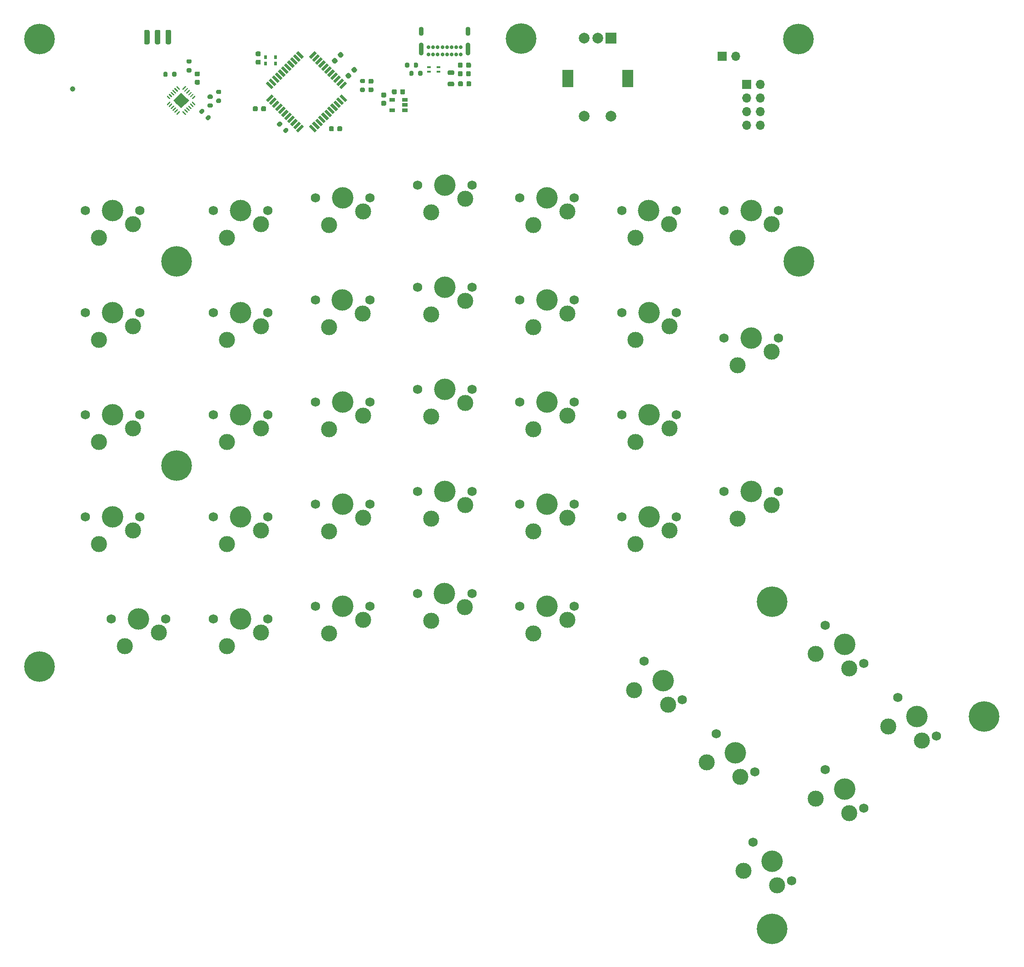
<source format=gbr>
%TF.GenerationSoftware,KiCad,Pcbnew,(5.1.8)-1*%
%TF.CreationDate,2022-07-09T15:07:12+10:00*%
%TF.ProjectId,ergonomic_split_left,6572676f-6e6f-46d6-9963-5f73706c6974,rev?*%
%TF.SameCoordinates,Original*%
%TF.FileFunction,Soldermask,Top*%
%TF.FilePolarity,Negative*%
%FSLAX46Y46*%
G04 Gerber Fmt 4.6, Leading zero omitted, Abs format (unit mm)*
G04 Created by KiCad (PCBNEW (5.1.8)-1) date 2022-07-09 15:07:12*
%MOMM*%
%LPD*%
G01*
G04 APERTURE LIST*
%ADD10C,0.100000*%
%ADD11R,2.000000X2.000000*%
%ADD12C,2.000000*%
%ADD13R,2.000000X3.200000*%
%ADD14R,0.750000X0.450000*%
%ADD15O,1.700000X1.700000*%
%ADD16R,1.700000X1.700000*%
%ADD17C,1.750000*%
%ADD18C,3.000000*%
%ADD19C,4.000000*%
%ADD20C,5.700000*%
%ADD21R,1.000000X0.700000*%
%ADD22C,0.700000*%
%ADD23O,0.900000X2.400000*%
%ADD24O,0.900000X1.700000*%
%ADD25C,1.000000*%
%ADD26R,0.600000X0.800000*%
G04 APERTURE END LIST*
%TO.C,J5*%
G36*
G01*
X99538400Y-57640400D02*
X99538400Y-55440400D01*
G75*
G02*
X99788400Y-55190400I250000J0D01*
G01*
X100288400Y-55190400D01*
G75*
G02*
X100538400Y-55440400I0J-250000D01*
G01*
X100538400Y-57640400D01*
G75*
G02*
X100288400Y-57890400I-250000J0D01*
G01*
X99788400Y-57890400D01*
G75*
G02*
X99538400Y-57640400I0J250000D01*
G01*
G37*
G36*
G01*
X101538400Y-57640400D02*
X101538400Y-55440400D01*
G75*
G02*
X101788400Y-55190400I250000J0D01*
G01*
X102288400Y-55190400D01*
G75*
G02*
X102538400Y-55440400I0J-250000D01*
G01*
X102538400Y-57640400D01*
G75*
G02*
X102288400Y-57890400I-250000J0D01*
G01*
X101788400Y-57890400D01*
G75*
G02*
X101538400Y-57640400I0J250000D01*
G01*
G37*
G36*
G01*
X103538400Y-57640400D02*
X103538400Y-55440400D01*
G75*
G02*
X103788400Y-55190400I250000J0D01*
G01*
X104288400Y-55190400D01*
G75*
G02*
X104538400Y-55440400I0J-250000D01*
G01*
X104538400Y-57640400D01*
G75*
G02*
X104288400Y-57890400I-250000J0D01*
G01*
X103788400Y-57890400D01*
G75*
G02*
X103538400Y-57640400I0J250000D01*
G01*
G37*
%TD*%
D10*
%TO.C,U6*%
G36*
X136988812Y-64798934D02*
G01*
X137377720Y-65187842D01*
X136317060Y-66248502D01*
X135928152Y-65859594D01*
X136988812Y-64798934D01*
G37*
G36*
X136423126Y-64233249D02*
G01*
X136812034Y-64622157D01*
X135751374Y-65682817D01*
X135362466Y-65293909D01*
X136423126Y-64233249D01*
G37*
G36*
X135857441Y-63667564D02*
G01*
X136246349Y-64056472D01*
X135185689Y-65117132D01*
X134796781Y-64728224D01*
X135857441Y-63667564D01*
G37*
G36*
X135291756Y-63101878D02*
G01*
X135680664Y-63490786D01*
X134620004Y-64551446D01*
X134231096Y-64162538D01*
X135291756Y-63101878D01*
G37*
G36*
X134726070Y-62536193D02*
G01*
X135114978Y-62925101D01*
X134054318Y-63985761D01*
X133665410Y-63596853D01*
X134726070Y-62536193D01*
G37*
G36*
X134160385Y-61970507D02*
G01*
X134549293Y-62359415D01*
X133488633Y-63420075D01*
X133099725Y-63031167D01*
X134160385Y-61970507D01*
G37*
G36*
X133594699Y-61404822D02*
G01*
X133983607Y-61793730D01*
X132922947Y-62854390D01*
X132534039Y-62465482D01*
X133594699Y-61404822D01*
G37*
G36*
X133029014Y-60839136D02*
G01*
X133417922Y-61228044D01*
X132357262Y-62288704D01*
X131968354Y-61899796D01*
X133029014Y-60839136D01*
G37*
G36*
X132463328Y-60273451D02*
G01*
X132852236Y-60662359D01*
X131791576Y-61723019D01*
X131402668Y-61334111D01*
X132463328Y-60273451D01*
G37*
G36*
X131897643Y-59707766D02*
G01*
X132286551Y-60096674D01*
X131225891Y-61157334D01*
X130836983Y-60768426D01*
X131897643Y-59707766D01*
G37*
G36*
X131331958Y-59142080D02*
G01*
X131720866Y-59530988D01*
X130660206Y-60591648D01*
X130271298Y-60202740D01*
X131331958Y-59142080D01*
G37*
G36*
X127867134Y-59530988D02*
G01*
X128256042Y-59142080D01*
X129316702Y-60202740D01*
X128927794Y-60591648D01*
X127867134Y-59530988D01*
G37*
G36*
X127301449Y-60096674D02*
G01*
X127690357Y-59707766D01*
X128751017Y-60768426D01*
X128362109Y-61157334D01*
X127301449Y-60096674D01*
G37*
G36*
X126735764Y-60662359D02*
G01*
X127124672Y-60273451D01*
X128185332Y-61334111D01*
X127796424Y-61723019D01*
X126735764Y-60662359D01*
G37*
G36*
X126170078Y-61228044D02*
G01*
X126558986Y-60839136D01*
X127619646Y-61899796D01*
X127230738Y-62288704D01*
X126170078Y-61228044D01*
G37*
G36*
X125604393Y-61793730D02*
G01*
X125993301Y-61404822D01*
X127053961Y-62465482D01*
X126665053Y-62854390D01*
X125604393Y-61793730D01*
G37*
G36*
X125038707Y-62359415D02*
G01*
X125427615Y-61970507D01*
X126488275Y-63031167D01*
X126099367Y-63420075D01*
X125038707Y-62359415D01*
G37*
G36*
X124473022Y-62925101D02*
G01*
X124861930Y-62536193D01*
X125922590Y-63596853D01*
X125533682Y-63985761D01*
X124473022Y-62925101D01*
G37*
G36*
X123907336Y-63490786D02*
G01*
X124296244Y-63101878D01*
X125356904Y-64162538D01*
X124967996Y-64551446D01*
X123907336Y-63490786D01*
G37*
G36*
X123341651Y-64056472D02*
G01*
X123730559Y-63667564D01*
X124791219Y-64728224D01*
X124402311Y-65117132D01*
X123341651Y-64056472D01*
G37*
G36*
X122775966Y-64622157D02*
G01*
X123164874Y-64233249D01*
X124225534Y-65293909D01*
X123836626Y-65682817D01*
X122775966Y-64622157D01*
G37*
G36*
X122210280Y-65187842D02*
G01*
X122599188Y-64798934D01*
X123659848Y-65859594D01*
X123270940Y-66248502D01*
X122210280Y-65187842D01*
G37*
G36*
X123270940Y-67203098D02*
G01*
X123659848Y-67592006D01*
X122599188Y-68652666D01*
X122210280Y-68263758D01*
X123270940Y-67203098D01*
G37*
G36*
X123836626Y-67768783D02*
G01*
X124225534Y-68157691D01*
X123164874Y-69218351D01*
X122775966Y-68829443D01*
X123836626Y-67768783D01*
G37*
G36*
X124402311Y-68334468D02*
G01*
X124791219Y-68723376D01*
X123730559Y-69784036D01*
X123341651Y-69395128D01*
X124402311Y-68334468D01*
G37*
G36*
X124967996Y-68900154D02*
G01*
X125356904Y-69289062D01*
X124296244Y-70349722D01*
X123907336Y-69960814D01*
X124967996Y-68900154D01*
G37*
G36*
X125533682Y-69465839D02*
G01*
X125922590Y-69854747D01*
X124861930Y-70915407D01*
X124473022Y-70526499D01*
X125533682Y-69465839D01*
G37*
G36*
X126099367Y-70031525D02*
G01*
X126488275Y-70420433D01*
X125427615Y-71481093D01*
X125038707Y-71092185D01*
X126099367Y-70031525D01*
G37*
G36*
X126665053Y-70597210D02*
G01*
X127053961Y-70986118D01*
X125993301Y-72046778D01*
X125604393Y-71657870D01*
X126665053Y-70597210D01*
G37*
G36*
X127230738Y-71162896D02*
G01*
X127619646Y-71551804D01*
X126558986Y-72612464D01*
X126170078Y-72223556D01*
X127230738Y-71162896D01*
G37*
G36*
X127796424Y-71728581D02*
G01*
X128185332Y-72117489D01*
X127124672Y-73178149D01*
X126735764Y-72789241D01*
X127796424Y-71728581D01*
G37*
G36*
X128362109Y-72294266D02*
G01*
X128751017Y-72683174D01*
X127690357Y-73743834D01*
X127301449Y-73354926D01*
X128362109Y-72294266D01*
G37*
G36*
X128927794Y-72859952D02*
G01*
X129316702Y-73248860D01*
X128256042Y-74309520D01*
X127867134Y-73920612D01*
X128927794Y-72859952D01*
G37*
G36*
X130271298Y-73248860D02*
G01*
X130660206Y-72859952D01*
X131720866Y-73920612D01*
X131331958Y-74309520D01*
X130271298Y-73248860D01*
G37*
G36*
X130836983Y-72683174D02*
G01*
X131225891Y-72294266D01*
X132286551Y-73354926D01*
X131897643Y-73743834D01*
X130836983Y-72683174D01*
G37*
G36*
X131402668Y-72117489D02*
G01*
X131791576Y-71728581D01*
X132852236Y-72789241D01*
X132463328Y-73178149D01*
X131402668Y-72117489D01*
G37*
G36*
X131968354Y-71551804D02*
G01*
X132357262Y-71162896D01*
X133417922Y-72223556D01*
X133029014Y-72612464D01*
X131968354Y-71551804D01*
G37*
G36*
X132534039Y-70986118D02*
G01*
X132922947Y-70597210D01*
X133983607Y-71657870D01*
X133594699Y-72046778D01*
X132534039Y-70986118D01*
G37*
G36*
X133099725Y-70420433D02*
G01*
X133488633Y-70031525D01*
X134549293Y-71092185D01*
X134160385Y-71481093D01*
X133099725Y-70420433D01*
G37*
G36*
X133665410Y-69854747D02*
G01*
X134054318Y-69465839D01*
X135114978Y-70526499D01*
X134726070Y-70915407D01*
X133665410Y-69854747D01*
G37*
G36*
X134231096Y-69289062D02*
G01*
X134620004Y-68900154D01*
X135680664Y-69960814D01*
X135291756Y-70349722D01*
X134231096Y-69289062D01*
G37*
G36*
X134796781Y-68723376D02*
G01*
X135185689Y-68334468D01*
X136246349Y-69395128D01*
X135857441Y-69784036D01*
X134796781Y-68723376D01*
G37*
G36*
X135362466Y-68157691D02*
G01*
X135751374Y-67768783D01*
X136812034Y-68829443D01*
X136423126Y-69218351D01*
X135362466Y-68157691D01*
G37*
G36*
X135928152Y-67592006D02*
G01*
X136317060Y-67203098D01*
X137377720Y-68263758D01*
X136988812Y-68652666D01*
X135928152Y-67592006D01*
G37*
%TD*%
D11*
%TO.C,SW40*%
X186637930Y-56769000D03*
D12*
X184137930Y-56769000D03*
X181637930Y-56769000D03*
D13*
X189737930Y-64269000D03*
X178537930Y-64269000D03*
D12*
X186637930Y-71269000D03*
X181637930Y-71269000D03*
%TD*%
%TO.C,R5*%
G36*
G01*
X148164600Y-62055420D02*
X148164600Y-61505420D01*
G75*
G02*
X148364600Y-61305420I200000J0D01*
G01*
X148764600Y-61305420D01*
G75*
G02*
X148964600Y-61505420I0J-200000D01*
G01*
X148964600Y-62055420D01*
G75*
G02*
X148764600Y-62255420I-200000J0D01*
G01*
X148364600Y-62255420D01*
G75*
G02*
X148164600Y-62055420I0J200000D01*
G01*
G37*
G36*
G01*
X149814600Y-62055420D02*
X149814600Y-61505420D01*
G75*
G02*
X150014600Y-61305420I200000J0D01*
G01*
X150414600Y-61305420D01*
G75*
G02*
X150614600Y-61505420I0J-200000D01*
G01*
X150614600Y-62055420D01*
G75*
G02*
X150414600Y-62255420I-200000J0D01*
G01*
X150014600Y-62255420D01*
G75*
G02*
X149814600Y-62055420I0J200000D01*
G01*
G37*
%TD*%
D14*
%TO.C,L1*%
X152612480Y-62166500D03*
X152612480Y-62966500D03*
X154462480Y-62966500D03*
X154462480Y-62166500D03*
%TD*%
%TO.C,R6*%
G36*
G01*
X150627400Y-63584500D02*
X150627400Y-63034500D01*
G75*
G02*
X150827400Y-62834500I200000J0D01*
G01*
X151227400Y-62834500D01*
G75*
G02*
X151427400Y-63034500I0J-200000D01*
G01*
X151427400Y-63584500D01*
G75*
G02*
X151227400Y-63784500I-200000J0D01*
G01*
X150827400Y-63784500D01*
G75*
G02*
X150627400Y-63584500I0J200000D01*
G01*
G37*
G36*
G01*
X148977400Y-63584500D02*
X148977400Y-63034500D01*
G75*
G02*
X149177400Y-62834500I200000J0D01*
G01*
X149577400Y-62834500D01*
G75*
G02*
X149777400Y-63034500I0J-200000D01*
G01*
X149777400Y-63584500D01*
G75*
G02*
X149577400Y-63784500I-200000J0D01*
G01*
X149177400Y-63784500D01*
G75*
G02*
X148977400Y-63584500I0J200000D01*
G01*
G37*
%TD*%
D15*
%TO.C,J2*%
X214471250Y-73025000D03*
X211931250Y-73025000D03*
X214471250Y-70485000D03*
X211931250Y-70485000D03*
X214471250Y-67945000D03*
X211931250Y-67945000D03*
X214471250Y-65405000D03*
D16*
X211931250Y-65405000D03*
%TD*%
D15*
%TO.C,J3*%
X209892900Y-60147200D03*
D16*
X207352900Y-60147200D03*
%TD*%
D17*
%TO.C,SW6*%
X103502460Y-165096190D03*
X93342460Y-165096190D03*
D18*
X95882460Y-170176190D03*
X102231260Y-167636310D03*
D19*
X98421260Y-165096310D03*
%TD*%
D20*
%TO.C,H10*%
X216693750Y-161925000D03*
%TD*%
%TO.C,H9*%
X221625160Y-98425000D03*
%TD*%
%TO.C,H8*%
X221589600Y-56870600D03*
%TD*%
%TO.C,H7*%
X105568750Y-98425000D03*
%TD*%
%TO.C,H6*%
X256230070Y-183342330D03*
%TD*%
%TO.C,H5*%
X169862500Y-56794400D03*
%TD*%
%TO.C,H4*%
X105568750Y-136525000D03*
%TD*%
%TO.C,H3*%
X216641730Y-222905270D03*
%TD*%
%TO.C,H2*%
X80035400Y-173964600D03*
%TD*%
%TO.C,H1*%
X80035400Y-56870600D03*
%TD*%
%TO.C,C7*%
G36*
G01*
X109693520Y-65420960D02*
X109193520Y-65420960D01*
G75*
G02*
X108968520Y-65195960I0J225000D01*
G01*
X108968520Y-64745960D01*
G75*
G02*
X109193520Y-64520960I225000J0D01*
G01*
X109693520Y-64520960D01*
G75*
G02*
X109918520Y-64745960I0J-225000D01*
G01*
X109918520Y-65195960D01*
G75*
G02*
X109693520Y-65420960I-225000J0D01*
G01*
G37*
G36*
G01*
X109693520Y-63870960D02*
X109193520Y-63870960D01*
G75*
G02*
X108968520Y-63645960I0J225000D01*
G01*
X108968520Y-63195960D01*
G75*
G02*
X109193520Y-62970960I225000J0D01*
G01*
X109693520Y-62970960D01*
G75*
G02*
X109918520Y-63195960I0J-225000D01*
G01*
X109918520Y-63645960D01*
G75*
G02*
X109693520Y-63870960I-225000J0D01*
G01*
G37*
%TD*%
%TO.C,R15*%
G36*
G01*
X111561200Y-68926760D02*
X112111200Y-68926760D01*
G75*
G02*
X112311200Y-69126760I0J-200000D01*
G01*
X112311200Y-69526760D01*
G75*
G02*
X112111200Y-69726760I-200000J0D01*
G01*
X111561200Y-69726760D01*
G75*
G02*
X111361200Y-69526760I0J200000D01*
G01*
X111361200Y-69126760D01*
G75*
G02*
X111561200Y-68926760I200000J0D01*
G01*
G37*
G36*
G01*
X111561200Y-67276760D02*
X112111200Y-67276760D01*
G75*
G02*
X112311200Y-67476760I0J-200000D01*
G01*
X112311200Y-67876760D01*
G75*
G02*
X112111200Y-68076760I-200000J0D01*
G01*
X111561200Y-68076760D01*
G75*
G02*
X111361200Y-67876760I0J200000D01*
G01*
X111361200Y-67476760D01*
G75*
G02*
X111561200Y-67276760I200000J0D01*
G01*
G37*
%TD*%
%TO.C,R14*%
G36*
G01*
X113156320Y-68037760D02*
X113706320Y-68037760D01*
G75*
G02*
X113906320Y-68237760I0J-200000D01*
G01*
X113906320Y-68637760D01*
G75*
G02*
X113706320Y-68837760I-200000J0D01*
G01*
X113156320Y-68837760D01*
G75*
G02*
X112956320Y-68637760I0J200000D01*
G01*
X112956320Y-68237760D01*
G75*
G02*
X113156320Y-68037760I200000J0D01*
G01*
G37*
G36*
G01*
X113156320Y-66387760D02*
X113706320Y-66387760D01*
G75*
G02*
X113906320Y-66587760I0J-200000D01*
G01*
X113906320Y-66987760D01*
G75*
G02*
X113706320Y-67187760I-200000J0D01*
G01*
X113156320Y-67187760D01*
G75*
G02*
X112956320Y-66987760I0J200000D01*
G01*
X112956320Y-66587760D01*
G75*
G02*
X113156320Y-66387760I200000J0D01*
G01*
G37*
%TD*%
D10*
%TO.C,U2*%
G36*
X106054379Y-69477403D02*
G01*
X106425610Y-69106172D01*
X106796841Y-69477403D01*
X106425610Y-69848634D01*
X106054379Y-69477403D01*
G37*
G36*
X106425610Y-69106172D02*
G01*
X106796841Y-68734941D01*
X107168072Y-69106172D01*
X106796841Y-69477403D01*
X106425610Y-69106172D01*
G37*
G36*
X106796841Y-68734941D02*
G01*
X107168072Y-68363710D01*
X107539303Y-68734941D01*
X107168072Y-69106172D01*
X106796841Y-68734941D01*
G37*
G36*
X107168072Y-68363710D02*
G01*
X107539303Y-67992479D01*
X107910534Y-68363710D01*
X107539303Y-68734941D01*
X107168072Y-68363710D01*
G37*
G36*
X105683148Y-69106172D02*
G01*
X106054379Y-68734941D01*
X106425610Y-69106172D01*
X106054379Y-69477403D01*
X105683148Y-69106172D01*
G37*
G36*
X106054379Y-68734941D02*
G01*
X106425610Y-68363710D01*
X106796841Y-68734941D01*
X106425610Y-69106172D01*
X106054379Y-68734941D01*
G37*
G36*
X106425610Y-68363710D02*
G01*
X106796841Y-67992479D01*
X107168072Y-68363710D01*
X106796841Y-68734941D01*
X106425610Y-68363710D01*
G37*
G36*
X106796841Y-67992479D02*
G01*
X107168072Y-67621248D01*
X107539303Y-67992479D01*
X107168072Y-68363710D01*
X106796841Y-67992479D01*
G37*
G36*
X105311917Y-68734941D02*
G01*
X105683148Y-68363710D01*
X106054379Y-68734941D01*
X105683148Y-69106172D01*
X105311917Y-68734941D01*
G37*
G36*
X105683148Y-68363710D02*
G01*
X106054379Y-67992479D01*
X106425610Y-68363710D01*
X106054379Y-68734941D01*
X105683148Y-68363710D01*
G37*
G36*
X106054379Y-67992479D02*
G01*
X106425610Y-67621248D01*
X106796841Y-67992479D01*
X106425610Y-68363710D01*
X106054379Y-67992479D01*
G37*
G36*
X106425610Y-67621248D02*
G01*
X106796841Y-67250017D01*
X107168072Y-67621248D01*
X106796841Y-67992479D01*
X106425610Y-67621248D01*
G37*
G36*
X104940686Y-68363710D02*
G01*
X105311917Y-67992479D01*
X105683148Y-68363710D01*
X105311917Y-68734941D01*
X104940686Y-68363710D01*
G37*
G36*
X105311917Y-67992479D02*
G01*
X105683148Y-67621248D01*
X106054379Y-67992479D01*
X105683148Y-68363710D01*
X105311917Y-67992479D01*
G37*
G36*
X105683148Y-67621248D02*
G01*
X106054379Y-67250017D01*
X106425610Y-67621248D01*
X106054379Y-67992479D01*
X105683148Y-67621248D01*
G37*
G36*
X106054379Y-67250017D02*
G01*
X106425610Y-66878786D01*
X106796841Y-67250017D01*
X106425610Y-67621248D01*
X106054379Y-67250017D01*
G37*
G36*
G01*
X106673097Y-66178750D02*
X107139787Y-65712060D01*
G75*
G02*
X107309493Y-65712060I84853J-84853D01*
G01*
X107309493Y-65712060D01*
G75*
G02*
X107309493Y-65881766I-84853J-84853D01*
G01*
X106842803Y-66348456D01*
G75*
G02*
X106673097Y-66348456I-84853J84853D01*
G01*
X106673097Y-66348456D01*
G75*
G02*
X106673097Y-66178750I84853J84853D01*
G01*
G37*
G36*
G01*
X107026651Y-66532303D02*
X107493341Y-66065613D01*
G75*
G02*
X107663047Y-66065613I84853J-84853D01*
G01*
X107663047Y-66065613D01*
G75*
G02*
X107663047Y-66235319I-84853J-84853D01*
G01*
X107196357Y-66702009D01*
G75*
G02*
X107026651Y-66702009I-84853J84853D01*
G01*
X107026651Y-66702009D01*
G75*
G02*
X107026651Y-66532303I84853J84853D01*
G01*
G37*
G36*
G01*
X107380204Y-66885856D02*
X107846894Y-66419166D01*
G75*
G02*
X108016600Y-66419166I84853J-84853D01*
G01*
X108016600Y-66419166D01*
G75*
G02*
X108016600Y-66588872I-84853J-84853D01*
G01*
X107549910Y-67055562D01*
G75*
G02*
X107380204Y-67055562I-84853J84853D01*
G01*
X107380204Y-67055562D01*
G75*
G02*
X107380204Y-66885856I84853J84853D01*
G01*
G37*
G36*
G01*
X107733758Y-67239410D02*
X108200448Y-66772720D01*
G75*
G02*
X108370154Y-66772720I84853J-84853D01*
G01*
X108370154Y-66772720D01*
G75*
G02*
X108370154Y-66942426I-84853J-84853D01*
G01*
X107903464Y-67409116D01*
G75*
G02*
X107733758Y-67409116I-84853J84853D01*
G01*
X107733758Y-67409116D01*
G75*
G02*
X107733758Y-67239410I84853J84853D01*
G01*
G37*
G36*
G01*
X108087311Y-67592963D02*
X108554001Y-67126273D01*
G75*
G02*
X108723707Y-67126273I84853J-84853D01*
G01*
X108723707Y-67126273D01*
G75*
G02*
X108723707Y-67295979I-84853J-84853D01*
G01*
X108257017Y-67762669D01*
G75*
G02*
X108087311Y-67762669I-84853J84853D01*
G01*
X108087311Y-67762669D01*
G75*
G02*
X108087311Y-67592963I84853J84853D01*
G01*
G37*
G36*
G01*
X108440864Y-67946517D02*
X108907554Y-67479827D01*
G75*
G02*
X109077260Y-67479827I84853J-84853D01*
G01*
X109077260Y-67479827D01*
G75*
G02*
X109077260Y-67649533I-84853J-84853D01*
G01*
X108610570Y-68116223D01*
G75*
G02*
X108440864Y-68116223I-84853J84853D01*
G01*
X108440864Y-68116223D01*
G75*
G02*
X108440864Y-67946517I84853J84853D01*
G01*
G37*
G36*
G01*
X108907554Y-69247593D02*
X108440864Y-68780903D01*
G75*
G02*
X108440864Y-68611197I84853J84853D01*
G01*
X108440864Y-68611197D01*
G75*
G02*
X108610570Y-68611197I84853J-84853D01*
G01*
X109077260Y-69077887D01*
G75*
G02*
X109077260Y-69247593I-84853J-84853D01*
G01*
X109077260Y-69247593D01*
G75*
G02*
X108907554Y-69247593I-84853J84853D01*
G01*
G37*
G36*
G01*
X108554001Y-69601147D02*
X108087311Y-69134457D01*
G75*
G02*
X108087311Y-68964751I84853J84853D01*
G01*
X108087311Y-68964751D01*
G75*
G02*
X108257017Y-68964751I84853J-84853D01*
G01*
X108723707Y-69431441D01*
G75*
G02*
X108723707Y-69601147I-84853J-84853D01*
G01*
X108723707Y-69601147D01*
G75*
G02*
X108554001Y-69601147I-84853J84853D01*
G01*
G37*
G36*
G01*
X108200448Y-69954700D02*
X107733758Y-69488010D01*
G75*
G02*
X107733758Y-69318304I84853J84853D01*
G01*
X107733758Y-69318304D01*
G75*
G02*
X107903464Y-69318304I84853J-84853D01*
G01*
X108370154Y-69784994D01*
G75*
G02*
X108370154Y-69954700I-84853J-84853D01*
G01*
X108370154Y-69954700D01*
G75*
G02*
X108200448Y-69954700I-84853J84853D01*
G01*
G37*
G36*
G01*
X107846894Y-70308254D02*
X107380204Y-69841564D01*
G75*
G02*
X107380204Y-69671858I84853J84853D01*
G01*
X107380204Y-69671858D01*
G75*
G02*
X107549910Y-69671858I84853J-84853D01*
G01*
X108016600Y-70138548D01*
G75*
G02*
X108016600Y-70308254I-84853J-84853D01*
G01*
X108016600Y-70308254D01*
G75*
G02*
X107846894Y-70308254I-84853J84853D01*
G01*
G37*
G36*
G01*
X107493341Y-70661807D02*
X107026651Y-70195117D01*
G75*
G02*
X107026651Y-70025411I84853J84853D01*
G01*
X107026651Y-70025411D01*
G75*
G02*
X107196357Y-70025411I84853J-84853D01*
G01*
X107663047Y-70492101D01*
G75*
G02*
X107663047Y-70661807I-84853J-84853D01*
G01*
X107663047Y-70661807D01*
G75*
G02*
X107493341Y-70661807I-84853J84853D01*
G01*
G37*
G36*
G01*
X107139787Y-71015360D02*
X106673097Y-70548670D01*
G75*
G02*
X106673097Y-70378964I84853J84853D01*
G01*
X106673097Y-70378964D01*
G75*
G02*
X106842803Y-70378964I84853J-84853D01*
G01*
X107309493Y-70845654D01*
G75*
G02*
X107309493Y-71015360I-84853J-84853D01*
G01*
X107309493Y-71015360D01*
G75*
G02*
X107139787Y-71015360I-84853J84853D01*
G01*
G37*
G36*
G01*
X105541727Y-70845654D02*
X106008417Y-70378964D01*
G75*
G02*
X106178123Y-70378964I84853J-84853D01*
G01*
X106178123Y-70378964D01*
G75*
G02*
X106178123Y-70548670I-84853J-84853D01*
G01*
X105711433Y-71015360D01*
G75*
G02*
X105541727Y-71015360I-84853J84853D01*
G01*
X105541727Y-71015360D01*
G75*
G02*
X105541727Y-70845654I84853J84853D01*
G01*
G37*
G36*
G01*
X105188173Y-70492101D02*
X105654863Y-70025411D01*
G75*
G02*
X105824569Y-70025411I84853J-84853D01*
G01*
X105824569Y-70025411D01*
G75*
G02*
X105824569Y-70195117I-84853J-84853D01*
G01*
X105357879Y-70661807D01*
G75*
G02*
X105188173Y-70661807I-84853J84853D01*
G01*
X105188173Y-70661807D01*
G75*
G02*
X105188173Y-70492101I84853J84853D01*
G01*
G37*
G36*
G01*
X104834620Y-70138548D02*
X105301310Y-69671858D01*
G75*
G02*
X105471016Y-69671858I84853J-84853D01*
G01*
X105471016Y-69671858D01*
G75*
G02*
X105471016Y-69841564I-84853J-84853D01*
G01*
X105004326Y-70308254D01*
G75*
G02*
X104834620Y-70308254I-84853J84853D01*
G01*
X104834620Y-70308254D01*
G75*
G02*
X104834620Y-70138548I84853J84853D01*
G01*
G37*
G36*
G01*
X104481066Y-69784994D02*
X104947756Y-69318304D01*
G75*
G02*
X105117462Y-69318304I84853J-84853D01*
G01*
X105117462Y-69318304D01*
G75*
G02*
X105117462Y-69488010I-84853J-84853D01*
G01*
X104650772Y-69954700D01*
G75*
G02*
X104481066Y-69954700I-84853J84853D01*
G01*
X104481066Y-69954700D01*
G75*
G02*
X104481066Y-69784994I84853J84853D01*
G01*
G37*
G36*
G01*
X104127513Y-69431441D02*
X104594203Y-68964751D01*
G75*
G02*
X104763909Y-68964751I84853J-84853D01*
G01*
X104763909Y-68964751D01*
G75*
G02*
X104763909Y-69134457I-84853J-84853D01*
G01*
X104297219Y-69601147D01*
G75*
G02*
X104127513Y-69601147I-84853J84853D01*
G01*
X104127513Y-69601147D01*
G75*
G02*
X104127513Y-69431441I84853J84853D01*
G01*
G37*
G36*
G01*
X103773960Y-69077887D02*
X104240650Y-68611197D01*
G75*
G02*
X104410356Y-68611197I84853J-84853D01*
G01*
X104410356Y-68611197D01*
G75*
G02*
X104410356Y-68780903I-84853J-84853D01*
G01*
X103943666Y-69247593D01*
G75*
G02*
X103773960Y-69247593I-84853J84853D01*
G01*
X103773960Y-69247593D01*
G75*
G02*
X103773960Y-69077887I84853J84853D01*
G01*
G37*
G36*
G01*
X104240650Y-68116223D02*
X103773960Y-67649533D01*
G75*
G02*
X103773960Y-67479827I84853J84853D01*
G01*
X103773960Y-67479827D01*
G75*
G02*
X103943666Y-67479827I84853J-84853D01*
G01*
X104410356Y-67946517D01*
G75*
G02*
X104410356Y-68116223I-84853J-84853D01*
G01*
X104410356Y-68116223D01*
G75*
G02*
X104240650Y-68116223I-84853J84853D01*
G01*
G37*
G36*
G01*
X104594203Y-67762669D02*
X104127513Y-67295979D01*
G75*
G02*
X104127513Y-67126273I84853J84853D01*
G01*
X104127513Y-67126273D01*
G75*
G02*
X104297219Y-67126273I84853J-84853D01*
G01*
X104763909Y-67592963D01*
G75*
G02*
X104763909Y-67762669I-84853J-84853D01*
G01*
X104763909Y-67762669D01*
G75*
G02*
X104594203Y-67762669I-84853J84853D01*
G01*
G37*
G36*
G01*
X104947756Y-67409116D02*
X104481066Y-66942426D01*
G75*
G02*
X104481066Y-66772720I84853J84853D01*
G01*
X104481066Y-66772720D01*
G75*
G02*
X104650772Y-66772720I84853J-84853D01*
G01*
X105117462Y-67239410D01*
G75*
G02*
X105117462Y-67409116I-84853J-84853D01*
G01*
X105117462Y-67409116D01*
G75*
G02*
X104947756Y-67409116I-84853J84853D01*
G01*
G37*
G36*
G01*
X105301310Y-67055562D02*
X104834620Y-66588872D01*
G75*
G02*
X104834620Y-66419166I84853J84853D01*
G01*
X104834620Y-66419166D01*
G75*
G02*
X105004326Y-66419166I84853J-84853D01*
G01*
X105471016Y-66885856D01*
G75*
G02*
X105471016Y-67055562I-84853J-84853D01*
G01*
X105471016Y-67055562D01*
G75*
G02*
X105301310Y-67055562I-84853J84853D01*
G01*
G37*
G36*
G01*
X105654863Y-66702009D02*
X105188173Y-66235319D01*
G75*
G02*
X105188173Y-66065613I84853J84853D01*
G01*
X105188173Y-66065613D01*
G75*
G02*
X105357879Y-66065613I84853J-84853D01*
G01*
X105824569Y-66532303D01*
G75*
G02*
X105824569Y-66702009I-84853J-84853D01*
G01*
X105824569Y-66702009D01*
G75*
G02*
X105654863Y-66702009I-84853J84853D01*
G01*
G37*
G36*
G01*
X106008417Y-66348456D02*
X105541727Y-65881766D01*
G75*
G02*
X105541727Y-65712060I84853J84853D01*
G01*
X105541727Y-65712060D01*
G75*
G02*
X105711433Y-65712060I84853J-84853D01*
G01*
X106178123Y-66178750D01*
G75*
G02*
X106178123Y-66348456I-84853J-84853D01*
G01*
X106178123Y-66348456D01*
G75*
G02*
X106008417Y-66348456I-84853J84853D01*
G01*
G37*
%TD*%
%TO.C,R13*%
G36*
G01*
X105555000Y-63214840D02*
X105555000Y-63764840D01*
G75*
G02*
X105355000Y-63964840I-200000J0D01*
G01*
X104955000Y-63964840D01*
G75*
G02*
X104755000Y-63764840I0J200000D01*
G01*
X104755000Y-63214840D01*
G75*
G02*
X104955000Y-63014840I200000J0D01*
G01*
X105355000Y-63014840D01*
G75*
G02*
X105555000Y-63214840I0J-200000D01*
G01*
G37*
G36*
G01*
X103905000Y-63214840D02*
X103905000Y-63764840D01*
G75*
G02*
X103705000Y-63964840I-200000J0D01*
G01*
X103305000Y-63964840D01*
G75*
G02*
X103105000Y-63764840I0J200000D01*
G01*
X103105000Y-63214840D01*
G75*
G02*
X103305000Y-63014840I200000J0D01*
G01*
X103705000Y-63014840D01*
G75*
G02*
X103905000Y-63214840I0J-200000D01*
G01*
G37*
%TD*%
%TO.C,R12*%
G36*
G01*
X108174200Y-61488000D02*
X107624200Y-61488000D01*
G75*
G02*
X107424200Y-61288000I0J200000D01*
G01*
X107424200Y-60888000D01*
G75*
G02*
X107624200Y-60688000I200000J0D01*
G01*
X108174200Y-60688000D01*
G75*
G02*
X108374200Y-60888000I0J-200000D01*
G01*
X108374200Y-61288000D01*
G75*
G02*
X108174200Y-61488000I-200000J0D01*
G01*
G37*
G36*
G01*
X108174200Y-63138000D02*
X107624200Y-63138000D01*
G75*
G02*
X107424200Y-62938000I0J200000D01*
G01*
X107424200Y-62538000D01*
G75*
G02*
X107624200Y-62338000I200000J0D01*
G01*
X108174200Y-62338000D01*
G75*
G02*
X108374200Y-62538000I0J-200000D01*
G01*
X108374200Y-62938000D01*
G75*
G02*
X108174200Y-63138000I-200000J0D01*
G01*
G37*
%TD*%
%TO.C,R11*%
G36*
G01*
X110976229Y-71487138D02*
X111365138Y-71098229D01*
G75*
G02*
X111647980Y-71098229I141421J-141421D01*
G01*
X111930823Y-71381072D01*
G75*
G02*
X111930823Y-71663914I-141421J-141421D01*
G01*
X111541914Y-72052823D01*
G75*
G02*
X111259072Y-72052823I-141421J141421D01*
G01*
X110976229Y-71769980D01*
G75*
G02*
X110976229Y-71487138I141421J141421D01*
G01*
G37*
G36*
G01*
X109809503Y-70320412D02*
X110198412Y-69931503D01*
G75*
G02*
X110481254Y-69931503I141421J-141421D01*
G01*
X110764097Y-70214346D01*
G75*
G02*
X110764097Y-70497188I-141421J-141421D01*
G01*
X110375188Y-70886097D01*
G75*
G02*
X110092346Y-70886097I-141421J141421D01*
G01*
X109809503Y-70603254D01*
G75*
G02*
X109809503Y-70320412I141421J141421D01*
G01*
G37*
%TD*%
D18*
%TO.C,SW37*%
X210182460Y-146364960D03*
D17*
X217802460Y-141283690D03*
X207642460Y-141283690D03*
D18*
X216531260Y-143823810D03*
D19*
X212721260Y-141283810D03*
%TD*%
D18*
%TO.C,SW36*%
X210182460Y-117789960D03*
D17*
X217802460Y-112708690D03*
X207642460Y-112708690D03*
D18*
X216531260Y-115248810D03*
D19*
X212721260Y-112708810D03*
%TD*%
D17*
%TO.C,SW24*%
X199931190Y-180183652D03*
X192746986Y-172999447D03*
D18*
X190950934Y-178387601D03*
X197236180Y-181080914D03*
D19*
X196338155Y-176590786D03*
%TD*%
D17*
%TO.C,SW18*%
X213424940Y-193677402D03*
X206240736Y-186493197D03*
D18*
X204444684Y-191881351D03*
X210729930Y-194574664D03*
D19*
X209831905Y-190084536D03*
%TD*%
D17*
%TO.C,SW5*%
X88579960Y-146047460D03*
D18*
X91119960Y-151127460D03*
X97469960Y-148587460D03*
D17*
X98739960Y-146047460D03*
D19*
X93659960Y-146047460D03*
%TD*%
D18*
%TO.C,SW4*%
X91119960Y-132077460D03*
D17*
X98739960Y-126997460D03*
D19*
X93659960Y-126997460D03*
D17*
X88579960Y-126996190D03*
D18*
X97468760Y-129536310D03*
%TD*%
D17*
%TO.C,SW3*%
X88579960Y-107947460D03*
D18*
X91119960Y-113027460D03*
X97469960Y-110487460D03*
D17*
X98739960Y-107947460D03*
D19*
X93659960Y-107947460D03*
%TD*%
D18*
%TO.C,SW2*%
X91119960Y-93977460D03*
D17*
X98739960Y-88897460D03*
D19*
X93659960Y-88897460D03*
D17*
X88579960Y-88896190D03*
D18*
X97468760Y-91436310D03*
%TD*%
D17*
%TO.C,SW39*%
X217802460Y-88896190D03*
X207642460Y-88896190D03*
D18*
X210182460Y-93976190D03*
X216531260Y-91436310D03*
D19*
X212721260Y-88896310D03*
%TD*%
D18*
%TO.C,SW38*%
X238293096Y-185148709D03*
D17*
X247274250Y-186943862D03*
X240090046Y-179759657D03*
D18*
X244579240Y-187841124D03*
D19*
X243681215Y-183350996D03*
%TD*%
D18*
%TO.C,SW35*%
X224799346Y-171654959D03*
D17*
X233780500Y-173450112D03*
X226596296Y-166265907D03*
D18*
X231085490Y-174347374D03*
D19*
X230187465Y-169857246D03*
%TD*%
D18*
%TO.C,SW34*%
X191132460Y-151127460D03*
D17*
X198752460Y-146046190D03*
X188592460Y-146046190D03*
D18*
X197481260Y-148586310D03*
D19*
X193671260Y-146046310D03*
%TD*%
D17*
%TO.C,SW33*%
X198752460Y-126996190D03*
X188592460Y-126996190D03*
D18*
X191132460Y-132076190D03*
X197481260Y-129536310D03*
D19*
X193671260Y-126996310D03*
%TD*%
D18*
%TO.C,SW32*%
X191132460Y-113027460D03*
D17*
X198752460Y-107946190D03*
X188592460Y-107946190D03*
D18*
X197481260Y-110486310D03*
D19*
X193671260Y-107946310D03*
%TD*%
D17*
%TO.C,SW31*%
X198748720Y-88892500D03*
X188588720Y-88892500D03*
D18*
X191128720Y-93972500D03*
X197477520Y-91432620D03*
D19*
X193667520Y-88892620D03*
%TD*%
D18*
%TO.C,SW30*%
X224799311Y-198637205D03*
D17*
X233780465Y-200432358D03*
X226596261Y-193248153D03*
D18*
X231085455Y-201329620D03*
D19*
X230187430Y-196839492D03*
%TD*%
D17*
%TO.C,SW29*%
X179702460Y-162714940D03*
X169542460Y-162714940D03*
D18*
X172082460Y-167794940D03*
X178431260Y-165255060D03*
D19*
X174621260Y-162715060D03*
%TD*%
D18*
%TO.C,SW28*%
X172082460Y-148746210D03*
D17*
X179702460Y-143664940D03*
X169542460Y-143664940D03*
D18*
X178431260Y-146205060D03*
D19*
X174621260Y-143665060D03*
%TD*%
D17*
%TO.C,SW27*%
X179702460Y-124614940D03*
X169542460Y-124614940D03*
D18*
X172082460Y-129694940D03*
X178431260Y-127155060D03*
D19*
X174621260Y-124615060D03*
%TD*%
D18*
%TO.C,SW26*%
X172082460Y-110646210D03*
D17*
X179702460Y-105564940D03*
X169542460Y-105564940D03*
D18*
X178431260Y-108105060D03*
D19*
X174621260Y-105565060D03*
%TD*%
D17*
%TO.C,SW25*%
X179702460Y-86514940D03*
X169542460Y-86514940D03*
D18*
X172082460Y-91594940D03*
X178431260Y-89055060D03*
D19*
X174621260Y-86515060D03*
%TD*%
D17*
%TO.C,SW23*%
X160648720Y-160333690D03*
X150488720Y-160333690D03*
D18*
X153028720Y-165413690D03*
X159377520Y-162873810D03*
D19*
X155567520Y-160333810D03*
%TD*%
D18*
%TO.C,SW22*%
X153032460Y-146364960D03*
D17*
X160652460Y-141283690D03*
X150492460Y-141283690D03*
D18*
X159381260Y-143823810D03*
D19*
X155571260Y-141283810D03*
%TD*%
D17*
%TO.C,SW21*%
X160652460Y-122233690D03*
X150492460Y-122233690D03*
D18*
X153032460Y-127313690D03*
X159381260Y-124773810D03*
D19*
X155571260Y-122233810D03*
%TD*%
D18*
%TO.C,SW20*%
X153032460Y-108264960D03*
D17*
X160652460Y-103183690D03*
X150492460Y-103183690D03*
D18*
X159381260Y-105723810D03*
D19*
X155571260Y-103183810D03*
%TD*%
D17*
%TO.C,SW19*%
X160652460Y-84130000D03*
X150492460Y-84130000D03*
D18*
X153032460Y-89210000D03*
X159381260Y-86670120D03*
D19*
X155571260Y-84130120D03*
%TD*%
D17*
%TO.C,SW17*%
X141602460Y-162714940D03*
X131442460Y-162714940D03*
D18*
X133982460Y-167794940D03*
X140331260Y-165255060D03*
D19*
X136521260Y-162715060D03*
%TD*%
D18*
%TO.C,SW16*%
X133982460Y-148746210D03*
D17*
X141602460Y-143664940D03*
X131442460Y-143664940D03*
D18*
X140331260Y-146205060D03*
D19*
X136521260Y-143665060D03*
%TD*%
D17*
%TO.C,SW15*%
X141602460Y-124614940D03*
X131442460Y-124614940D03*
D18*
X133982460Y-129694940D03*
X140331260Y-127155060D03*
D19*
X136521260Y-124615060D03*
%TD*%
D18*
%TO.C,SW14*%
X133978720Y-110642520D03*
D17*
X141598720Y-105561250D03*
X131438720Y-105561250D03*
D18*
X140327520Y-108101370D03*
D19*
X136517520Y-105561370D03*
%TD*%
D17*
%TO.C,SW13*%
X141602460Y-86514940D03*
X131442460Y-86514940D03*
D18*
X133982460Y-91594940D03*
X140331260Y-89055060D03*
D19*
X136521260Y-86515060D03*
%TD*%
D17*
%TO.C,SW12*%
X220286715Y-213926108D03*
X213102511Y-206741903D03*
D18*
X211306459Y-212130057D03*
X217591705Y-214823370D03*
D19*
X216693680Y-210333242D03*
%TD*%
D17*
%TO.C,SW11*%
X122552460Y-165096190D03*
X112392460Y-165096190D03*
D18*
X114932460Y-170176190D03*
X121281260Y-167636310D03*
D19*
X117471260Y-165096310D03*
%TD*%
D18*
%TO.C,SW10*%
X114932460Y-151127460D03*
D17*
X122552460Y-146046190D03*
X112392460Y-146046190D03*
D18*
X121281260Y-148586310D03*
D19*
X117471260Y-146046310D03*
%TD*%
D17*
%TO.C,SW9*%
X122552460Y-126996190D03*
X112392460Y-126996190D03*
D18*
X114932460Y-132076190D03*
X121281260Y-129536310D03*
D19*
X117471260Y-126996310D03*
%TD*%
D18*
%TO.C,SW8*%
X114932460Y-113027460D03*
D17*
X122552460Y-107946190D03*
X112392460Y-107946190D03*
D18*
X121281260Y-110486310D03*
D19*
X117471260Y-107946310D03*
%TD*%
D17*
%TO.C,SW7*%
X122552460Y-88896190D03*
X112392460Y-88896190D03*
D18*
X114932460Y-93976190D03*
X121281260Y-91436310D03*
D19*
X117471260Y-88896310D03*
%TD*%
D21*
%TO.C,U9*%
X145769661Y-70174120D03*
X145769661Y-68274120D03*
X148169661Y-68274120D03*
X148169661Y-69224120D03*
X148169661Y-70174120D03*
%TD*%
%TO.C,C120*%
G36*
G01*
X144458500Y-67797500D02*
X143958500Y-67797500D01*
G75*
G02*
X143733500Y-67572500I0J225000D01*
G01*
X143733500Y-67122500D01*
G75*
G02*
X143958500Y-66897500I225000J0D01*
G01*
X144458500Y-66897500D01*
G75*
G02*
X144683500Y-67122500I0J-225000D01*
G01*
X144683500Y-67572500D01*
G75*
G02*
X144458500Y-67797500I-225000J0D01*
G01*
G37*
G36*
G01*
X144458500Y-69347500D02*
X143958500Y-69347500D01*
G75*
G02*
X143733500Y-69122500I0J225000D01*
G01*
X143733500Y-68672500D01*
G75*
G02*
X143958500Y-68447500I225000J0D01*
G01*
X144458500Y-68447500D01*
G75*
G02*
X144683500Y-68672500I0J-225000D01*
G01*
X144683500Y-69122500D01*
G75*
G02*
X144458500Y-69347500I-225000J0D01*
G01*
G37*
%TD*%
%TO.C,C5*%
G36*
G01*
X146639400Y-66501200D02*
X146639400Y-67001200D01*
G75*
G02*
X146414400Y-67226200I-225000J0D01*
G01*
X145964400Y-67226200D01*
G75*
G02*
X145739400Y-67001200I0J225000D01*
G01*
X145739400Y-66501200D01*
G75*
G02*
X145964400Y-66276200I225000J0D01*
G01*
X146414400Y-66276200D01*
G75*
G02*
X146639400Y-66501200I0J-225000D01*
G01*
G37*
G36*
G01*
X148189400Y-66501200D02*
X148189400Y-67001200D01*
G75*
G02*
X147964400Y-67226200I-225000J0D01*
G01*
X147514400Y-67226200D01*
G75*
G02*
X147289400Y-67001200I0J225000D01*
G01*
X147289400Y-66501200D01*
G75*
G02*
X147514400Y-66276200I225000J0D01*
G01*
X147964400Y-66276200D01*
G75*
G02*
X148189400Y-66501200I0J-225000D01*
G01*
G37*
%TD*%
%TO.C,C1*%
G36*
G01*
X159578220Y-63633160D02*
X159578220Y-63133160D01*
G75*
G02*
X159803220Y-62908160I225000J0D01*
G01*
X160253220Y-62908160D01*
G75*
G02*
X160478220Y-63133160I0J-225000D01*
G01*
X160478220Y-63633160D01*
G75*
G02*
X160253220Y-63858160I-225000J0D01*
G01*
X159803220Y-63858160D01*
G75*
G02*
X159578220Y-63633160I0J225000D01*
G01*
G37*
G36*
G01*
X158028220Y-63633160D02*
X158028220Y-63133160D01*
G75*
G02*
X158253220Y-62908160I225000J0D01*
G01*
X158703220Y-62908160D01*
G75*
G02*
X158928220Y-63133160I0J-225000D01*
G01*
X158928220Y-63633160D01*
G75*
G02*
X158703220Y-63858160I-225000J0D01*
G01*
X158253220Y-63858160D01*
G75*
G02*
X158028220Y-63633160I0J225000D01*
G01*
G37*
%TD*%
%TO.C,C2*%
G36*
G01*
X158030760Y-62032960D02*
X158030760Y-61532960D01*
G75*
G02*
X158255760Y-61307960I225000J0D01*
G01*
X158705760Y-61307960D01*
G75*
G02*
X158930760Y-61532960I0J-225000D01*
G01*
X158930760Y-62032960D01*
G75*
G02*
X158705760Y-62257960I-225000J0D01*
G01*
X158255760Y-62257960D01*
G75*
G02*
X158030760Y-62032960I0J225000D01*
G01*
G37*
G36*
G01*
X159580760Y-62032960D02*
X159580760Y-61532960D01*
G75*
G02*
X159805760Y-61307960I225000J0D01*
G01*
X160255760Y-61307960D01*
G75*
G02*
X160480760Y-61532960I0J-225000D01*
G01*
X160480760Y-62032960D01*
G75*
G02*
X160255760Y-62257960I-225000J0D01*
G01*
X159805760Y-62257960D01*
G75*
G02*
X159580760Y-62032960I0J225000D01*
G01*
G37*
%TD*%
%TO.C,C3*%
G36*
G01*
X159636040Y-65522920D02*
X159636040Y-65022920D01*
G75*
G02*
X159861040Y-64797920I225000J0D01*
G01*
X160311040Y-64797920D01*
G75*
G02*
X160536040Y-65022920I0J-225000D01*
G01*
X160536040Y-65522920D01*
G75*
G02*
X160311040Y-65747920I-225000J0D01*
G01*
X159861040Y-65747920D01*
G75*
G02*
X159636040Y-65522920I0J225000D01*
G01*
G37*
G36*
G01*
X158086040Y-65522920D02*
X158086040Y-65022920D01*
G75*
G02*
X158311040Y-64797920I225000J0D01*
G01*
X158761040Y-64797920D01*
G75*
G02*
X158986040Y-65022920I0J-225000D01*
G01*
X158986040Y-65522920D01*
G75*
G02*
X158761040Y-65747920I-225000J0D01*
G01*
X158311040Y-65747920D01*
G75*
G02*
X158086040Y-65522920I0J225000D01*
G01*
G37*
%TD*%
%TO.C,C42*%
G36*
G01*
X121052400Y-61677000D02*
X120552400Y-61677000D01*
G75*
G02*
X120327400Y-61452000I0J225000D01*
G01*
X120327400Y-61002000D01*
G75*
G02*
X120552400Y-60777000I225000J0D01*
G01*
X121052400Y-60777000D01*
G75*
G02*
X121277400Y-61002000I0J-225000D01*
G01*
X121277400Y-61452000D01*
G75*
G02*
X121052400Y-61677000I-225000J0D01*
G01*
G37*
G36*
G01*
X121052400Y-60127000D02*
X120552400Y-60127000D01*
G75*
G02*
X120327400Y-59902000I0J225000D01*
G01*
X120327400Y-59452000D01*
G75*
G02*
X120552400Y-59227000I225000J0D01*
G01*
X121052400Y-59227000D01*
G75*
G02*
X121277400Y-59452000I0J-225000D01*
G01*
X121277400Y-59902000D01*
G75*
G02*
X121052400Y-60127000I-225000J0D01*
G01*
G37*
%TD*%
%TO.C,C43*%
G36*
G01*
X134935779Y-61454975D02*
X134582225Y-61101421D01*
G75*
G02*
X134582225Y-60783223I159099J159099D01*
G01*
X134900423Y-60465025D01*
G75*
G02*
X135218621Y-60465025I159099J-159099D01*
G01*
X135572175Y-60818579D01*
G75*
G02*
X135572175Y-61136777I-159099J-159099D01*
G01*
X135253977Y-61454975D01*
G75*
G02*
X134935779Y-61454975I-159099J159099D01*
G01*
G37*
G36*
G01*
X136031795Y-60358959D02*
X135678241Y-60005405D01*
G75*
G02*
X135678241Y-59687207I159099J159099D01*
G01*
X135996439Y-59369009D01*
G75*
G02*
X136314637Y-59369009I159099J-159099D01*
G01*
X136668191Y-59722563D01*
G75*
G02*
X136668191Y-60040761I-159099J-159099D01*
G01*
X136349993Y-60358959D01*
G75*
G02*
X136031795Y-60358959I-159099J159099D01*
G01*
G37*
%TD*%
%TO.C,C44*%
G36*
G01*
X122255700Y-69671120D02*
X122255700Y-70171120D01*
G75*
G02*
X122030700Y-70396120I-225000J0D01*
G01*
X121580700Y-70396120D01*
G75*
G02*
X121355700Y-70171120I0J225000D01*
G01*
X121355700Y-69671120D01*
G75*
G02*
X121580700Y-69446120I225000J0D01*
G01*
X122030700Y-69446120D01*
G75*
G02*
X122255700Y-69671120I0J-225000D01*
G01*
G37*
G36*
G01*
X120705700Y-69671120D02*
X120705700Y-70171120D01*
G75*
G02*
X120480700Y-70396120I-225000J0D01*
G01*
X120030700Y-70396120D01*
G75*
G02*
X119805700Y-70171120I0J225000D01*
G01*
X119805700Y-69671120D01*
G75*
G02*
X120030700Y-69446120I225000J0D01*
G01*
X120480700Y-69446120D01*
G75*
G02*
X120705700Y-69671120I0J-225000D01*
G01*
G37*
%TD*%
%TO.C,C45*%
G36*
G01*
X135554600Y-73910000D02*
X135554600Y-73410000D01*
G75*
G02*
X135779600Y-73185000I225000J0D01*
G01*
X136229600Y-73185000D01*
G75*
G02*
X136454600Y-73410000I0J-225000D01*
G01*
X136454600Y-73910000D01*
G75*
G02*
X136229600Y-74135000I-225000J0D01*
G01*
X135779600Y-74135000D01*
G75*
G02*
X135554600Y-73910000I0J225000D01*
G01*
G37*
G36*
G01*
X134004600Y-73910000D02*
X134004600Y-73410000D01*
G75*
G02*
X134229600Y-73185000I225000J0D01*
G01*
X134679600Y-73185000D01*
G75*
G02*
X134904600Y-73410000I0J-225000D01*
G01*
X134904600Y-73910000D01*
G75*
G02*
X134679600Y-74135000I-225000J0D01*
G01*
X134229600Y-74135000D01*
G75*
G02*
X134004600Y-73910000I0J225000D01*
G01*
G37*
%TD*%
%TO.C,C46*%
G36*
G01*
X138571795Y-63152959D02*
X138218241Y-62799405D01*
G75*
G02*
X138218241Y-62481207I159099J159099D01*
G01*
X138536439Y-62163009D01*
G75*
G02*
X138854637Y-62163009I159099J-159099D01*
G01*
X139208191Y-62516563D01*
G75*
G02*
X139208191Y-62834761I-159099J-159099D01*
G01*
X138889993Y-63152959D01*
G75*
G02*
X138571795Y-63152959I-159099J159099D01*
G01*
G37*
G36*
G01*
X137475779Y-64248975D02*
X137122225Y-63895421D01*
G75*
G02*
X137122225Y-63577223I159099J159099D01*
G01*
X137440423Y-63259025D01*
G75*
G02*
X137758621Y-63259025I159099J-159099D01*
G01*
X138112175Y-63612579D01*
G75*
G02*
X138112175Y-63930777I-159099J-159099D01*
G01*
X137793977Y-64248975D01*
G75*
G02*
X137475779Y-64248975I-159099J159099D01*
G01*
G37*
%TD*%
%TO.C,D194*%
G36*
G01*
X142077150Y-66800080D02*
X141564650Y-66800080D01*
G75*
G02*
X141345900Y-66581330I0J218750D01*
G01*
X141345900Y-66143830D01*
G75*
G02*
X141564650Y-65925080I218750J0D01*
G01*
X142077150Y-65925080D01*
G75*
G02*
X142295900Y-66143830I0J-218750D01*
G01*
X142295900Y-66581330D01*
G75*
G02*
X142077150Y-66800080I-218750J0D01*
G01*
G37*
G36*
G01*
X142077150Y-65225080D02*
X141564650Y-65225080D01*
G75*
G02*
X141345900Y-65006330I0J218750D01*
G01*
X141345900Y-64568830D01*
G75*
G02*
X141564650Y-64350080I218750J0D01*
G01*
X142077150Y-64350080D01*
G75*
G02*
X142295900Y-64568830I0J-218750D01*
G01*
X142295900Y-65006330D01*
G75*
G02*
X142077150Y-65225080I-218750J0D01*
G01*
G37*
%TD*%
%TO.C,FB3*%
G36*
G01*
X157132270Y-65747540D02*
X156369770Y-65747540D01*
G75*
G02*
X156151020Y-65528790I0J218750D01*
G01*
X156151020Y-65091290D01*
G75*
G02*
X156369770Y-64872540I218750J0D01*
G01*
X157132270Y-64872540D01*
G75*
G02*
X157351020Y-65091290I0J-218750D01*
G01*
X157351020Y-65528790D01*
G75*
G02*
X157132270Y-65747540I-218750J0D01*
G01*
G37*
G36*
G01*
X157132270Y-63622540D02*
X156369770Y-63622540D01*
G75*
G02*
X156151020Y-63403790I0J218750D01*
G01*
X156151020Y-62966290D01*
G75*
G02*
X156369770Y-62747540I218750J0D01*
G01*
X157132270Y-62747540D01*
G75*
G02*
X157351020Y-62966290I0J-218750D01*
G01*
X157351020Y-63403790D01*
G75*
G02*
X157132270Y-63622540I-218750J0D01*
G01*
G37*
%TD*%
D22*
%TO.C,J1*%
X158546800Y-59791600D03*
X157696800Y-59791600D03*
X156846800Y-59791600D03*
X155996800Y-59791600D03*
X155146800Y-59791600D03*
X154296800Y-59791600D03*
X153446800Y-59791600D03*
X152596800Y-59791600D03*
X157696800Y-58441600D03*
X155996800Y-58441600D03*
X156846800Y-58441600D03*
X158546800Y-58441600D03*
X154296800Y-58441600D03*
X153446800Y-58441600D03*
X152596800Y-58441600D03*
X155146800Y-58441600D03*
D23*
X159896800Y-58811600D03*
X151246800Y-58811600D03*
D24*
X159896800Y-55431600D03*
X151246800Y-55431600D03*
%TD*%
%TO.C,R3*%
G36*
G01*
X139996500Y-66002220D02*
X140546500Y-66002220D01*
G75*
G02*
X140746500Y-66202220I0J-200000D01*
G01*
X140746500Y-66602220D01*
G75*
G02*
X140546500Y-66802220I-200000J0D01*
G01*
X139996500Y-66802220D01*
G75*
G02*
X139796500Y-66602220I0J200000D01*
G01*
X139796500Y-66202220D01*
G75*
G02*
X139996500Y-66002220I200000J0D01*
G01*
G37*
G36*
G01*
X139996500Y-64352220D02*
X140546500Y-64352220D01*
G75*
G02*
X140746500Y-64552220I0J-200000D01*
G01*
X140746500Y-64952220D01*
G75*
G02*
X140546500Y-65152220I-200000J0D01*
G01*
X139996500Y-65152220D01*
G75*
G02*
X139796500Y-64952220I0J200000D01*
G01*
X139796500Y-64552220D01*
G75*
G02*
X139996500Y-64352220I200000J0D01*
G01*
G37*
%TD*%
%TO.C,R23*%
G36*
G01*
X125269171Y-72861062D02*
X124880262Y-73249971D01*
G75*
G02*
X124597420Y-73249971I-141421J141421D01*
G01*
X124314577Y-72967128D01*
G75*
G02*
X124314577Y-72684286I141421J141421D01*
G01*
X124703486Y-72295377D01*
G75*
G02*
X124986328Y-72295377I141421J-141421D01*
G01*
X125269171Y-72578220D01*
G75*
G02*
X125269171Y-72861062I-141421J-141421D01*
G01*
G37*
G36*
G01*
X126435897Y-74027788D02*
X126046988Y-74416697D01*
G75*
G02*
X125764146Y-74416697I-141421J141421D01*
G01*
X125481303Y-74133854D01*
G75*
G02*
X125481303Y-73851012I141421J141421D01*
G01*
X125870212Y-73462103D01*
G75*
G02*
X126153054Y-73462103I141421J-141421D01*
G01*
X126435897Y-73744946D01*
G75*
G02*
X126435897Y-74027788I-141421J-141421D01*
G01*
G37*
%TD*%
D25*
%TO.C,TP1*%
X86144100Y-66255900D03*
%TD*%
D26*
%TO.C,X2*%
X122202800Y-61518800D03*
X124002800Y-61518800D03*
X124002800Y-60318800D03*
X122202800Y-60318800D03*
%TD*%
M02*

</source>
